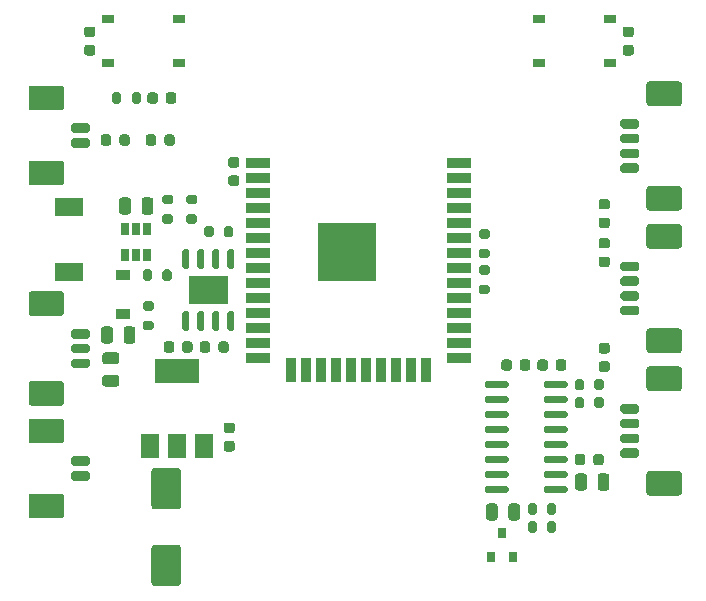
<source format=gbr>
%TF.GenerationSoftware,KiCad,Pcbnew,(5.1.12)-1*%
%TF.CreationDate,2022-08-08T01:18:10+09:00*%
%TF.ProjectId,STAC,53544143-2e6b-4696-9361-645f70636258,rev?*%
%TF.SameCoordinates,Original*%
%TF.FileFunction,Paste,Top*%
%TF.FilePolarity,Positive*%
%FSLAX46Y46*%
G04 Gerber Fmt 4.6, Leading zero omitted, Abs format (unit mm)*
G04 Created by KiCad (PCBNEW (5.1.12)-1) date 2022-08-08 01:18:10*
%MOMM*%
%LPD*%
G01*
G04 APERTURE LIST*
%ADD10C,0.100000*%
%ADD11R,1.200000X0.900000*%
%ADD12R,2.400000X1.500000*%
%ADD13R,1.000000X0.750000*%
%ADD14R,0.650000X1.060000*%
%ADD15R,3.800000X2.000000*%
%ADD16R,1.500000X2.000000*%
%ADD17R,5.000000X5.000000*%
%ADD18R,2.000000X0.900000*%
%ADD19R,0.900000X2.000000*%
%ADD20R,0.800000X0.900000*%
G04 APERTURE END LIST*
%TO.C,R11*%
G36*
G01*
X114660000Y-63291000D02*
X115210000Y-63291000D01*
G75*
G02*
X115410000Y-63491000I0J-200000D01*
G01*
X115410000Y-63891000D01*
G75*
G02*
X115210000Y-64091000I-200000J0D01*
G01*
X114660000Y-64091000D01*
G75*
G02*
X114460000Y-63891000I0J200000D01*
G01*
X114460000Y-63491000D01*
G75*
G02*
X114660000Y-63291000I200000J0D01*
G01*
G37*
G36*
G01*
X114660000Y-64941000D02*
X115210000Y-64941000D01*
G75*
G02*
X115410000Y-65141000I0J-200000D01*
G01*
X115410000Y-65541000D01*
G75*
G02*
X115210000Y-65741000I-200000J0D01*
G01*
X114660000Y-65741000D01*
G75*
G02*
X114460000Y-65541000I0J200000D01*
G01*
X114460000Y-65141000D01*
G75*
G02*
X114660000Y-64941000I200000J0D01*
G01*
G37*
%TD*%
%TO.C,R12*%
G36*
G01*
X114660000Y-67989000D02*
X115210000Y-67989000D01*
G75*
G02*
X115410000Y-68189000I0J-200000D01*
G01*
X115410000Y-68589000D01*
G75*
G02*
X115210000Y-68789000I-200000J0D01*
G01*
X114660000Y-68789000D01*
G75*
G02*
X114460000Y-68589000I0J200000D01*
G01*
X114460000Y-68189000D01*
G75*
G02*
X114660000Y-67989000I200000J0D01*
G01*
G37*
G36*
G01*
X114660000Y-66339000D02*
X115210000Y-66339000D01*
G75*
G02*
X115410000Y-66539000I0J-200000D01*
G01*
X115410000Y-66939000D01*
G75*
G02*
X115210000Y-67139000I-200000J0D01*
G01*
X114660000Y-67139000D01*
G75*
G02*
X114460000Y-66939000I0J200000D01*
G01*
X114460000Y-66539000D01*
G75*
G02*
X114660000Y-66339000I200000J0D01*
G01*
G37*
%TD*%
%TO.C,U5*%
G36*
G01*
X116991000Y-85194000D02*
X116991000Y-85494000D01*
G75*
G02*
X116841000Y-85644000I-150000J0D01*
G01*
X115141000Y-85644000D01*
G75*
G02*
X114991000Y-85494000I0J150000D01*
G01*
X114991000Y-85194000D01*
G75*
G02*
X115141000Y-85044000I150000J0D01*
G01*
X116841000Y-85044000D01*
G75*
G02*
X116991000Y-85194000I0J-150000D01*
G01*
G37*
G36*
G01*
X116991000Y-83924000D02*
X116991000Y-84224000D01*
G75*
G02*
X116841000Y-84374000I-150000J0D01*
G01*
X115141000Y-84374000D01*
G75*
G02*
X114991000Y-84224000I0J150000D01*
G01*
X114991000Y-83924000D01*
G75*
G02*
X115141000Y-83774000I150000J0D01*
G01*
X116841000Y-83774000D01*
G75*
G02*
X116991000Y-83924000I0J-150000D01*
G01*
G37*
G36*
G01*
X116991000Y-82654000D02*
X116991000Y-82954000D01*
G75*
G02*
X116841000Y-83104000I-150000J0D01*
G01*
X115141000Y-83104000D01*
G75*
G02*
X114991000Y-82954000I0J150000D01*
G01*
X114991000Y-82654000D01*
G75*
G02*
X115141000Y-82504000I150000J0D01*
G01*
X116841000Y-82504000D01*
G75*
G02*
X116991000Y-82654000I0J-150000D01*
G01*
G37*
G36*
G01*
X116991000Y-81384000D02*
X116991000Y-81684000D01*
G75*
G02*
X116841000Y-81834000I-150000J0D01*
G01*
X115141000Y-81834000D01*
G75*
G02*
X114991000Y-81684000I0J150000D01*
G01*
X114991000Y-81384000D01*
G75*
G02*
X115141000Y-81234000I150000J0D01*
G01*
X116841000Y-81234000D01*
G75*
G02*
X116991000Y-81384000I0J-150000D01*
G01*
G37*
G36*
G01*
X116991000Y-80114000D02*
X116991000Y-80414000D01*
G75*
G02*
X116841000Y-80564000I-150000J0D01*
G01*
X115141000Y-80564000D01*
G75*
G02*
X114991000Y-80414000I0J150000D01*
G01*
X114991000Y-80114000D01*
G75*
G02*
X115141000Y-79964000I150000J0D01*
G01*
X116841000Y-79964000D01*
G75*
G02*
X116991000Y-80114000I0J-150000D01*
G01*
G37*
G36*
G01*
X116991000Y-78844000D02*
X116991000Y-79144000D01*
G75*
G02*
X116841000Y-79294000I-150000J0D01*
G01*
X115141000Y-79294000D01*
G75*
G02*
X114991000Y-79144000I0J150000D01*
G01*
X114991000Y-78844000D01*
G75*
G02*
X115141000Y-78694000I150000J0D01*
G01*
X116841000Y-78694000D01*
G75*
G02*
X116991000Y-78844000I0J-150000D01*
G01*
G37*
G36*
G01*
X116991000Y-77574000D02*
X116991000Y-77874000D01*
G75*
G02*
X116841000Y-78024000I-150000J0D01*
G01*
X115141000Y-78024000D01*
G75*
G02*
X114991000Y-77874000I0J150000D01*
G01*
X114991000Y-77574000D01*
G75*
G02*
X115141000Y-77424000I150000J0D01*
G01*
X116841000Y-77424000D01*
G75*
G02*
X116991000Y-77574000I0J-150000D01*
G01*
G37*
G36*
G01*
X116991000Y-76304000D02*
X116991000Y-76604000D01*
G75*
G02*
X116841000Y-76754000I-150000J0D01*
G01*
X115141000Y-76754000D01*
G75*
G02*
X114991000Y-76604000I0J150000D01*
G01*
X114991000Y-76304000D01*
G75*
G02*
X115141000Y-76154000I150000J0D01*
G01*
X116841000Y-76154000D01*
G75*
G02*
X116991000Y-76304000I0J-150000D01*
G01*
G37*
G36*
G01*
X121991000Y-76304000D02*
X121991000Y-76604000D01*
G75*
G02*
X121841000Y-76754000I-150000J0D01*
G01*
X120141000Y-76754000D01*
G75*
G02*
X119991000Y-76604000I0J150000D01*
G01*
X119991000Y-76304000D01*
G75*
G02*
X120141000Y-76154000I150000J0D01*
G01*
X121841000Y-76154000D01*
G75*
G02*
X121991000Y-76304000I0J-150000D01*
G01*
G37*
G36*
G01*
X121991000Y-77574000D02*
X121991000Y-77874000D01*
G75*
G02*
X121841000Y-78024000I-150000J0D01*
G01*
X120141000Y-78024000D01*
G75*
G02*
X119991000Y-77874000I0J150000D01*
G01*
X119991000Y-77574000D01*
G75*
G02*
X120141000Y-77424000I150000J0D01*
G01*
X121841000Y-77424000D01*
G75*
G02*
X121991000Y-77574000I0J-150000D01*
G01*
G37*
G36*
G01*
X121991000Y-78844000D02*
X121991000Y-79144000D01*
G75*
G02*
X121841000Y-79294000I-150000J0D01*
G01*
X120141000Y-79294000D01*
G75*
G02*
X119991000Y-79144000I0J150000D01*
G01*
X119991000Y-78844000D01*
G75*
G02*
X120141000Y-78694000I150000J0D01*
G01*
X121841000Y-78694000D01*
G75*
G02*
X121991000Y-78844000I0J-150000D01*
G01*
G37*
G36*
G01*
X121991000Y-80114000D02*
X121991000Y-80414000D01*
G75*
G02*
X121841000Y-80564000I-150000J0D01*
G01*
X120141000Y-80564000D01*
G75*
G02*
X119991000Y-80414000I0J150000D01*
G01*
X119991000Y-80114000D01*
G75*
G02*
X120141000Y-79964000I150000J0D01*
G01*
X121841000Y-79964000D01*
G75*
G02*
X121991000Y-80114000I0J-150000D01*
G01*
G37*
G36*
G01*
X121991000Y-81384000D02*
X121991000Y-81684000D01*
G75*
G02*
X121841000Y-81834000I-150000J0D01*
G01*
X120141000Y-81834000D01*
G75*
G02*
X119991000Y-81684000I0J150000D01*
G01*
X119991000Y-81384000D01*
G75*
G02*
X120141000Y-81234000I150000J0D01*
G01*
X121841000Y-81234000D01*
G75*
G02*
X121991000Y-81384000I0J-150000D01*
G01*
G37*
G36*
G01*
X121991000Y-82654000D02*
X121991000Y-82954000D01*
G75*
G02*
X121841000Y-83104000I-150000J0D01*
G01*
X120141000Y-83104000D01*
G75*
G02*
X119991000Y-82954000I0J150000D01*
G01*
X119991000Y-82654000D01*
G75*
G02*
X120141000Y-82504000I150000J0D01*
G01*
X121841000Y-82504000D01*
G75*
G02*
X121991000Y-82654000I0J-150000D01*
G01*
G37*
G36*
G01*
X121991000Y-83924000D02*
X121991000Y-84224000D01*
G75*
G02*
X121841000Y-84374000I-150000J0D01*
G01*
X120141000Y-84374000D01*
G75*
G02*
X119991000Y-84224000I0J150000D01*
G01*
X119991000Y-83924000D01*
G75*
G02*
X120141000Y-83774000I150000J0D01*
G01*
X121841000Y-83774000D01*
G75*
G02*
X121991000Y-83924000I0J-150000D01*
G01*
G37*
G36*
G01*
X121991000Y-85194000D02*
X121991000Y-85494000D01*
G75*
G02*
X121841000Y-85644000I-150000J0D01*
G01*
X120141000Y-85644000D01*
G75*
G02*
X119991000Y-85494000I0J150000D01*
G01*
X119991000Y-85194000D01*
G75*
G02*
X120141000Y-85044000I150000J0D01*
G01*
X121841000Y-85044000D01*
G75*
G02*
X121991000Y-85194000I0J-150000D01*
G01*
G37*
%TD*%
%TO.C,U1*%
G36*
G01*
X93322000Y-70253000D02*
X93622000Y-70253000D01*
G75*
G02*
X93772000Y-70403000I0J-150000D01*
G01*
X93772000Y-71753000D01*
G75*
G02*
X93622000Y-71903000I-150000J0D01*
G01*
X93322000Y-71903000D01*
G75*
G02*
X93172000Y-71753000I0J150000D01*
G01*
X93172000Y-70403000D01*
G75*
G02*
X93322000Y-70253000I150000J0D01*
G01*
G37*
G36*
G01*
X92052000Y-70253000D02*
X92352000Y-70253000D01*
G75*
G02*
X92502000Y-70403000I0J-150000D01*
G01*
X92502000Y-71753000D01*
G75*
G02*
X92352000Y-71903000I-150000J0D01*
G01*
X92052000Y-71903000D01*
G75*
G02*
X91902000Y-71753000I0J150000D01*
G01*
X91902000Y-70403000D01*
G75*
G02*
X92052000Y-70253000I150000J0D01*
G01*
G37*
G36*
G01*
X90782000Y-70253000D02*
X91082000Y-70253000D01*
G75*
G02*
X91232000Y-70403000I0J-150000D01*
G01*
X91232000Y-71753000D01*
G75*
G02*
X91082000Y-71903000I-150000J0D01*
G01*
X90782000Y-71903000D01*
G75*
G02*
X90632000Y-71753000I0J150000D01*
G01*
X90632000Y-70403000D01*
G75*
G02*
X90782000Y-70253000I150000J0D01*
G01*
G37*
G36*
G01*
X89512000Y-70253000D02*
X89812000Y-70253000D01*
G75*
G02*
X89962000Y-70403000I0J-150000D01*
G01*
X89962000Y-71753000D01*
G75*
G02*
X89812000Y-71903000I-150000J0D01*
G01*
X89512000Y-71903000D01*
G75*
G02*
X89362000Y-71753000I0J150000D01*
G01*
X89362000Y-70403000D01*
G75*
G02*
X89512000Y-70253000I150000J0D01*
G01*
G37*
G36*
G01*
X89512000Y-65003000D02*
X89812000Y-65003000D01*
G75*
G02*
X89962000Y-65153000I0J-150000D01*
G01*
X89962000Y-66503000D01*
G75*
G02*
X89812000Y-66653000I-150000J0D01*
G01*
X89512000Y-66653000D01*
G75*
G02*
X89362000Y-66503000I0J150000D01*
G01*
X89362000Y-65153000D01*
G75*
G02*
X89512000Y-65003000I150000J0D01*
G01*
G37*
G36*
G01*
X90782000Y-65003000D02*
X91082000Y-65003000D01*
G75*
G02*
X91232000Y-65153000I0J-150000D01*
G01*
X91232000Y-66503000D01*
G75*
G02*
X91082000Y-66653000I-150000J0D01*
G01*
X90782000Y-66653000D01*
G75*
G02*
X90632000Y-66503000I0J150000D01*
G01*
X90632000Y-65153000D01*
G75*
G02*
X90782000Y-65003000I150000J0D01*
G01*
G37*
G36*
G01*
X92052000Y-65003000D02*
X92352000Y-65003000D01*
G75*
G02*
X92502000Y-65153000I0J-150000D01*
G01*
X92502000Y-66503000D01*
G75*
G02*
X92352000Y-66653000I-150000J0D01*
G01*
X92052000Y-66653000D01*
G75*
G02*
X91902000Y-66503000I0J150000D01*
G01*
X91902000Y-65153000D01*
G75*
G02*
X92052000Y-65003000I150000J0D01*
G01*
G37*
G36*
G01*
X93322000Y-65003000D02*
X93622000Y-65003000D01*
G75*
G02*
X93772000Y-65153000I0J-150000D01*
G01*
X93772000Y-66503000D01*
G75*
G02*
X93622000Y-66653000I-150000J0D01*
G01*
X93322000Y-66653000D01*
G75*
G02*
X93172000Y-66503000I0J150000D01*
G01*
X93172000Y-65153000D01*
G75*
G02*
X93322000Y-65003000I150000J0D01*
G01*
G37*
D10*
G36*
X89917000Y-67253000D02*
G01*
X93217000Y-67253000D01*
X93217000Y-69653000D01*
X89917000Y-69653000D01*
X89917000Y-67253000D01*
G37*
%TD*%
%TO.C,C1*%
G36*
G01*
X84021000Y-61816000D02*
X84021000Y-60866000D01*
G75*
G02*
X84271000Y-60616000I250000J0D01*
G01*
X84771000Y-60616000D01*
G75*
G02*
X85021000Y-60866000I0J-250000D01*
G01*
X85021000Y-61816000D01*
G75*
G02*
X84771000Y-62066000I-250000J0D01*
G01*
X84271000Y-62066000D01*
G75*
G02*
X84021000Y-61816000I0J250000D01*
G01*
G37*
G36*
G01*
X85921000Y-61816000D02*
X85921000Y-60866000D01*
G75*
G02*
X86171000Y-60616000I250000J0D01*
G01*
X86671000Y-60616000D01*
G75*
G02*
X86921000Y-60866000I0J-250000D01*
G01*
X86921000Y-61816000D01*
G75*
G02*
X86671000Y-62066000I-250000J0D01*
G01*
X86171000Y-62066000D01*
G75*
G02*
X85921000Y-61816000I0J250000D01*
G01*
G37*
%TD*%
%TO.C,C2*%
G36*
G01*
X87011000Y-83519000D02*
X89011000Y-83519000D01*
G75*
G02*
X89261000Y-83769000I0J-250000D01*
G01*
X89261000Y-86769000D01*
G75*
G02*
X89011000Y-87019000I-250000J0D01*
G01*
X87011000Y-87019000D01*
G75*
G02*
X86761000Y-86769000I0J250000D01*
G01*
X86761000Y-83769000D01*
G75*
G02*
X87011000Y-83519000I250000J0D01*
G01*
G37*
G36*
G01*
X87011000Y-90019000D02*
X89011000Y-90019000D01*
G75*
G02*
X89261000Y-90269000I0J-250000D01*
G01*
X89261000Y-93269000D01*
G75*
G02*
X89011000Y-93519000I-250000J0D01*
G01*
X87011000Y-93519000D01*
G75*
G02*
X86761000Y-93269000I0J250000D01*
G01*
X86761000Y-90269000D01*
G75*
G02*
X87011000Y-90019000I250000J0D01*
G01*
G37*
%TD*%
%TO.C,C3*%
G36*
G01*
X83497000Y-71788000D02*
X83497000Y-72738000D01*
G75*
G02*
X83247000Y-72988000I-250000J0D01*
G01*
X82747000Y-72988000D01*
G75*
G02*
X82497000Y-72738000I0J250000D01*
G01*
X82497000Y-71788000D01*
G75*
G02*
X82747000Y-71538000I250000J0D01*
G01*
X83247000Y-71538000D01*
G75*
G02*
X83497000Y-71788000I0J-250000D01*
G01*
G37*
G36*
G01*
X85397000Y-71788000D02*
X85397000Y-72738000D01*
G75*
G02*
X85147000Y-72988000I-250000J0D01*
G01*
X84647000Y-72988000D01*
G75*
G02*
X84397000Y-72738000I0J250000D01*
G01*
X84397000Y-71788000D01*
G75*
G02*
X84647000Y-71538000I250000J0D01*
G01*
X85147000Y-71538000D01*
G75*
G02*
X85397000Y-71788000I0J-250000D01*
G01*
G37*
%TD*%
%TO.C,C4*%
G36*
G01*
X125345000Y-75380000D02*
X124845000Y-75380000D01*
G75*
G02*
X124620000Y-75155000I0J225000D01*
G01*
X124620000Y-74705000D01*
G75*
G02*
X124845000Y-74480000I225000J0D01*
G01*
X125345000Y-74480000D01*
G75*
G02*
X125570000Y-74705000I0J-225000D01*
G01*
X125570000Y-75155000D01*
G75*
G02*
X125345000Y-75380000I-225000J0D01*
G01*
G37*
G36*
G01*
X125345000Y-73830000D02*
X124845000Y-73830000D01*
G75*
G02*
X124620000Y-73605000I0J225000D01*
G01*
X124620000Y-73155000D01*
G75*
G02*
X124845000Y-72930000I225000J0D01*
G01*
X125345000Y-72930000D01*
G75*
G02*
X125570000Y-73155000I0J-225000D01*
G01*
X125570000Y-73605000D01*
G75*
G02*
X125345000Y-73830000I-225000J0D01*
G01*
G37*
%TD*%
%TO.C,C5*%
G36*
G01*
X93595000Y-82124000D02*
X93095000Y-82124000D01*
G75*
G02*
X92870000Y-81899000I0J225000D01*
G01*
X92870000Y-81449000D01*
G75*
G02*
X93095000Y-81224000I225000J0D01*
G01*
X93595000Y-81224000D01*
G75*
G02*
X93820000Y-81449000I0J-225000D01*
G01*
X93820000Y-81899000D01*
G75*
G02*
X93595000Y-82124000I-225000J0D01*
G01*
G37*
G36*
G01*
X93595000Y-80574000D02*
X93095000Y-80574000D01*
G75*
G02*
X92870000Y-80349000I0J225000D01*
G01*
X92870000Y-79899000D01*
G75*
G02*
X93095000Y-79674000I225000J0D01*
G01*
X93595000Y-79674000D01*
G75*
G02*
X93820000Y-79899000I0J-225000D01*
G01*
X93820000Y-80349000D01*
G75*
G02*
X93595000Y-80574000I-225000J0D01*
G01*
G37*
%TD*%
%TO.C,C6*%
G36*
G01*
X123629000Y-84234000D02*
X123629000Y-85184000D01*
G75*
G02*
X123379000Y-85434000I-250000J0D01*
G01*
X122879000Y-85434000D01*
G75*
G02*
X122629000Y-85184000I0J250000D01*
G01*
X122629000Y-84234000D01*
G75*
G02*
X122879000Y-83984000I250000J0D01*
G01*
X123379000Y-83984000D01*
G75*
G02*
X123629000Y-84234000I0J-250000D01*
G01*
G37*
G36*
G01*
X125529000Y-84234000D02*
X125529000Y-85184000D01*
G75*
G02*
X125279000Y-85434000I-250000J0D01*
G01*
X124779000Y-85434000D01*
G75*
G02*
X124529000Y-85184000I0J250000D01*
G01*
X124529000Y-84234000D01*
G75*
G02*
X124779000Y-83984000I250000J0D01*
G01*
X125279000Y-83984000D01*
G75*
G02*
X125529000Y-84234000I0J-250000D01*
G01*
G37*
%TD*%
%TO.C,C7*%
G36*
G01*
X86405000Y-52447000D02*
X86405000Y-51947000D01*
G75*
G02*
X86630000Y-51722000I225000J0D01*
G01*
X87080000Y-51722000D01*
G75*
G02*
X87305000Y-51947000I0J-225000D01*
G01*
X87305000Y-52447000D01*
G75*
G02*
X87080000Y-52672000I-225000J0D01*
G01*
X86630000Y-52672000D01*
G75*
G02*
X86405000Y-52447000I0J225000D01*
G01*
G37*
G36*
G01*
X87955000Y-52447000D02*
X87955000Y-51947000D01*
G75*
G02*
X88180000Y-51722000I225000J0D01*
G01*
X88630000Y-51722000D01*
G75*
G02*
X88855000Y-51947000I0J-225000D01*
G01*
X88855000Y-52447000D01*
G75*
G02*
X88630000Y-52672000I-225000J0D01*
G01*
X88180000Y-52672000D01*
G75*
G02*
X87955000Y-52447000I0J225000D01*
G01*
G37*
%TD*%
%TO.C,C8*%
G36*
G01*
X88689000Y-73029000D02*
X88689000Y-73529000D01*
G75*
G02*
X88464000Y-73754000I-225000J0D01*
G01*
X88014000Y-73754000D01*
G75*
G02*
X87789000Y-73529000I0J225000D01*
G01*
X87789000Y-73029000D01*
G75*
G02*
X88014000Y-72804000I225000J0D01*
G01*
X88464000Y-72804000D01*
G75*
G02*
X88689000Y-73029000I0J-225000D01*
G01*
G37*
G36*
G01*
X90239000Y-73029000D02*
X90239000Y-73529000D01*
G75*
G02*
X90014000Y-73754000I-225000J0D01*
G01*
X89564000Y-73754000D01*
G75*
G02*
X89339000Y-73529000I0J225000D01*
G01*
X89339000Y-73029000D01*
G75*
G02*
X89564000Y-72804000I225000J0D01*
G01*
X90014000Y-72804000D01*
G75*
G02*
X90239000Y-73029000I0J-225000D01*
G01*
G37*
%TD*%
%TO.C,C9*%
G36*
G01*
X116377000Y-75053000D02*
X116377000Y-74553000D01*
G75*
G02*
X116602000Y-74328000I225000J0D01*
G01*
X117052000Y-74328000D01*
G75*
G02*
X117277000Y-74553000I0J-225000D01*
G01*
X117277000Y-75053000D01*
G75*
G02*
X117052000Y-75278000I-225000J0D01*
G01*
X116602000Y-75278000D01*
G75*
G02*
X116377000Y-75053000I0J225000D01*
G01*
G37*
G36*
G01*
X117927000Y-75053000D02*
X117927000Y-74553000D01*
G75*
G02*
X118152000Y-74328000I225000J0D01*
G01*
X118602000Y-74328000D01*
G75*
G02*
X118827000Y-74553000I0J-225000D01*
G01*
X118827000Y-75053000D01*
G75*
G02*
X118602000Y-75278000I-225000J0D01*
G01*
X118152000Y-75278000D01*
G75*
G02*
X117927000Y-75053000I0J225000D01*
G01*
G37*
%TD*%
%TO.C,C10*%
G36*
G01*
X120975000Y-75053000D02*
X120975000Y-74553000D01*
G75*
G02*
X121200000Y-74328000I225000J0D01*
G01*
X121650000Y-74328000D01*
G75*
G02*
X121875000Y-74553000I0J-225000D01*
G01*
X121875000Y-75053000D01*
G75*
G02*
X121650000Y-75278000I-225000J0D01*
G01*
X121200000Y-75278000D01*
G75*
G02*
X120975000Y-75053000I0J225000D01*
G01*
G37*
G36*
G01*
X119425000Y-75053000D02*
X119425000Y-74553000D01*
G75*
G02*
X119650000Y-74328000I225000J0D01*
G01*
X120100000Y-74328000D01*
G75*
G02*
X120325000Y-74553000I0J-225000D01*
G01*
X120325000Y-75053000D01*
G75*
G02*
X120100000Y-75278000I-225000J0D01*
G01*
X119650000Y-75278000D01*
G75*
G02*
X119425000Y-75053000I0J225000D01*
G01*
G37*
%TD*%
%TO.C,C11*%
G36*
G01*
X93476000Y-58745000D02*
X93976000Y-58745000D01*
G75*
G02*
X94201000Y-58970000I0J-225000D01*
G01*
X94201000Y-59420000D01*
G75*
G02*
X93976000Y-59645000I-225000J0D01*
G01*
X93476000Y-59645000D01*
G75*
G02*
X93251000Y-59420000I0J225000D01*
G01*
X93251000Y-58970000D01*
G75*
G02*
X93476000Y-58745000I225000J0D01*
G01*
G37*
G36*
G01*
X93476000Y-57195000D02*
X93976000Y-57195000D01*
G75*
G02*
X94201000Y-57420000I0J-225000D01*
G01*
X94201000Y-57870000D01*
G75*
G02*
X93976000Y-58095000I-225000J0D01*
G01*
X93476000Y-58095000D01*
G75*
G02*
X93251000Y-57870000I0J225000D01*
G01*
X93251000Y-57420000D01*
G75*
G02*
X93476000Y-57195000I225000J0D01*
G01*
G37*
%TD*%
%TO.C,C12*%
G36*
G01*
X115070000Y-87724000D02*
X115070000Y-86774000D01*
G75*
G02*
X115320000Y-86524000I250000J0D01*
G01*
X115820000Y-86524000D01*
G75*
G02*
X116070000Y-86774000I0J-250000D01*
G01*
X116070000Y-87724000D01*
G75*
G02*
X115820000Y-87974000I-250000J0D01*
G01*
X115320000Y-87974000D01*
G75*
G02*
X115070000Y-87724000I0J250000D01*
G01*
G37*
G36*
G01*
X116970000Y-87724000D02*
X116970000Y-86774000D01*
G75*
G02*
X117220000Y-86524000I250000J0D01*
G01*
X117720000Y-86524000D01*
G75*
G02*
X117970000Y-86774000I0J-250000D01*
G01*
X117970000Y-87724000D01*
G75*
G02*
X117720000Y-87974000I-250000J0D01*
G01*
X117220000Y-87974000D01*
G75*
G02*
X116970000Y-87724000I0J250000D01*
G01*
G37*
%TD*%
D11*
%TO.C,D1*%
X84328000Y-70484000D03*
X84328000Y-67184000D03*
%TD*%
%TO.C,D2*%
G36*
G01*
X87153000Y-55496750D02*
X87153000Y-56009250D01*
G75*
G02*
X86934250Y-56228000I-218750J0D01*
G01*
X86496750Y-56228000D01*
G75*
G02*
X86278000Y-56009250I0J218750D01*
G01*
X86278000Y-55496750D01*
G75*
G02*
X86496750Y-55278000I218750J0D01*
G01*
X86934250Y-55278000D01*
G75*
G02*
X87153000Y-55496750I0J-218750D01*
G01*
G37*
G36*
G01*
X88728000Y-55496750D02*
X88728000Y-56009250D01*
G75*
G02*
X88509250Y-56228000I-218750J0D01*
G01*
X88071750Y-56228000D01*
G75*
G02*
X87853000Y-56009250I0J218750D01*
G01*
X87853000Y-55496750D01*
G75*
G02*
X88071750Y-55278000I218750J0D01*
G01*
X88509250Y-55278000D01*
G75*
G02*
X88728000Y-55496750I0J-218750D01*
G01*
G37*
%TD*%
%TO.C,D3*%
G36*
G01*
X83343000Y-55496750D02*
X83343000Y-56009250D01*
G75*
G02*
X83124250Y-56228000I-218750J0D01*
G01*
X82686750Y-56228000D01*
G75*
G02*
X82468000Y-56009250I0J218750D01*
G01*
X82468000Y-55496750D01*
G75*
G02*
X82686750Y-55278000I218750J0D01*
G01*
X83124250Y-55278000D01*
G75*
G02*
X83343000Y-55496750I0J-218750D01*
G01*
G37*
G36*
G01*
X84918000Y-55496750D02*
X84918000Y-56009250D01*
G75*
G02*
X84699250Y-56228000I-218750J0D01*
G01*
X84261750Y-56228000D01*
G75*
G02*
X84043000Y-56009250I0J218750D01*
G01*
X84043000Y-55496750D01*
G75*
G02*
X84261750Y-55278000I218750J0D01*
G01*
X84699250Y-55278000D01*
G75*
G02*
X84918000Y-55496750I0J-218750D01*
G01*
G37*
%TD*%
%TO.C,D4*%
G36*
G01*
X93300000Y-73022750D02*
X93300000Y-73535250D01*
G75*
G02*
X93081250Y-73754000I-218750J0D01*
G01*
X92643750Y-73754000D01*
G75*
G02*
X92425000Y-73535250I0J218750D01*
G01*
X92425000Y-73022750D01*
G75*
G02*
X92643750Y-72804000I218750J0D01*
G01*
X93081250Y-72804000D01*
G75*
G02*
X93300000Y-73022750I0J-218750D01*
G01*
G37*
G36*
G01*
X91725000Y-73022750D02*
X91725000Y-73535250D01*
G75*
G02*
X91506250Y-73754000I-218750J0D01*
G01*
X91068750Y-73754000D01*
G75*
G02*
X90850000Y-73535250I0J218750D01*
G01*
X90850000Y-73022750D01*
G75*
G02*
X91068750Y-72804000I218750J0D01*
G01*
X91506250Y-72804000D01*
G75*
G02*
X91725000Y-73022750I0J-218750D01*
G01*
G37*
%TD*%
%TO.C,J1*%
G36*
G01*
X76608999Y-57497000D02*
X79109001Y-57497000D01*
G75*
G02*
X79359000Y-57746999I0J-249999D01*
G01*
X79359000Y-59347001D01*
G75*
G02*
X79109001Y-59597000I-249999J0D01*
G01*
X76608999Y-59597000D01*
G75*
G02*
X76359000Y-59347001I0J249999D01*
G01*
X76359000Y-57746999D01*
G75*
G02*
X76608999Y-57497000I249999J0D01*
G01*
G37*
G36*
G01*
X76608999Y-51147000D02*
X79109001Y-51147000D01*
G75*
G02*
X79359000Y-51396999I0J-249999D01*
G01*
X79359000Y-52997001D01*
G75*
G02*
X79109001Y-53247000I-249999J0D01*
G01*
X76608999Y-53247000D01*
G75*
G02*
X76359000Y-52997001I0J249999D01*
G01*
X76359000Y-51396999D01*
G75*
G02*
X76608999Y-51147000I249999J0D01*
G01*
G37*
G36*
G01*
X80159000Y-55597000D02*
X81359000Y-55597000D01*
G75*
G02*
X81559000Y-55797000I0J-200000D01*
G01*
X81559000Y-56197000D01*
G75*
G02*
X81359000Y-56397000I-200000J0D01*
G01*
X80159000Y-56397000D01*
G75*
G02*
X79959000Y-56197000I0J200000D01*
G01*
X79959000Y-55797000D01*
G75*
G02*
X80159000Y-55597000I200000J0D01*
G01*
G37*
G36*
G01*
X80159000Y-54347000D02*
X81359000Y-54347000D01*
G75*
G02*
X81559000Y-54547000I0J-200000D01*
G01*
X81559000Y-54947000D01*
G75*
G02*
X81359000Y-55147000I-200000J0D01*
G01*
X80159000Y-55147000D01*
G75*
G02*
X79959000Y-54947000I0J200000D01*
G01*
X79959000Y-54547000D01*
G75*
G02*
X80159000Y-54347000I200000J0D01*
G01*
G37*
%TD*%
%TO.C,J2*%
G36*
G01*
X80159000Y-82541000D02*
X81359000Y-82541000D01*
G75*
G02*
X81559000Y-82741000I0J-200000D01*
G01*
X81559000Y-83141000D01*
G75*
G02*
X81359000Y-83341000I-200000J0D01*
G01*
X80159000Y-83341000D01*
G75*
G02*
X79959000Y-83141000I0J200000D01*
G01*
X79959000Y-82741000D01*
G75*
G02*
X80159000Y-82541000I200000J0D01*
G01*
G37*
G36*
G01*
X80159000Y-83791000D02*
X81359000Y-83791000D01*
G75*
G02*
X81559000Y-83991000I0J-200000D01*
G01*
X81559000Y-84391000D01*
G75*
G02*
X81359000Y-84591000I-200000J0D01*
G01*
X80159000Y-84591000D01*
G75*
G02*
X79959000Y-84391000I0J200000D01*
G01*
X79959000Y-83991000D01*
G75*
G02*
X80159000Y-83791000I200000J0D01*
G01*
G37*
G36*
G01*
X76608999Y-79341000D02*
X79109001Y-79341000D01*
G75*
G02*
X79359000Y-79590999I0J-249999D01*
G01*
X79359000Y-81191001D01*
G75*
G02*
X79109001Y-81441000I-249999J0D01*
G01*
X76608999Y-81441000D01*
G75*
G02*
X76359000Y-81191001I0J249999D01*
G01*
X76359000Y-79590999D01*
G75*
G02*
X76608999Y-79341000I249999J0D01*
G01*
G37*
G36*
G01*
X76608999Y-85691000D02*
X79109001Y-85691000D01*
G75*
G02*
X79359000Y-85940999I0J-249999D01*
G01*
X79359000Y-87541001D01*
G75*
G02*
X79109001Y-87791000I-249999J0D01*
G01*
X76608999Y-87791000D01*
G75*
G02*
X76359000Y-87541001I0J249999D01*
G01*
X76359000Y-85940999D01*
G75*
G02*
X76608999Y-85691000I249999J0D01*
G01*
G37*
%TD*%
%TO.C,J3*%
G36*
G01*
X131417001Y-77016000D02*
X128916999Y-77016000D01*
G75*
G02*
X128667000Y-76766001I0J249999D01*
G01*
X128667000Y-75165999D01*
G75*
G02*
X128916999Y-74916000I249999J0D01*
G01*
X131417001Y-74916000D01*
G75*
G02*
X131667000Y-75165999I0J-249999D01*
G01*
X131667000Y-76766001D01*
G75*
G02*
X131417001Y-77016000I-249999J0D01*
G01*
G37*
G36*
G01*
X131417001Y-85866000D02*
X128916999Y-85866000D01*
G75*
G02*
X128667000Y-85616001I0J249999D01*
G01*
X128667000Y-84015999D01*
G75*
G02*
X128916999Y-83766000I249999J0D01*
G01*
X131417001Y-83766000D01*
G75*
G02*
X131667000Y-84015999I0J-249999D01*
G01*
X131667000Y-85616001D01*
G75*
G02*
X131417001Y-85866000I-249999J0D01*
G01*
G37*
G36*
G01*
X127867000Y-78916000D02*
X126667000Y-78916000D01*
G75*
G02*
X126467000Y-78716000I0J200000D01*
G01*
X126467000Y-78316000D01*
G75*
G02*
X126667000Y-78116000I200000J0D01*
G01*
X127867000Y-78116000D01*
G75*
G02*
X128067000Y-78316000I0J-200000D01*
G01*
X128067000Y-78716000D01*
G75*
G02*
X127867000Y-78916000I-200000J0D01*
G01*
G37*
G36*
G01*
X127867000Y-80166000D02*
X126667000Y-80166000D01*
G75*
G02*
X126467000Y-79966000I0J200000D01*
G01*
X126467000Y-79566000D01*
G75*
G02*
X126667000Y-79366000I200000J0D01*
G01*
X127867000Y-79366000D01*
G75*
G02*
X128067000Y-79566000I0J-200000D01*
G01*
X128067000Y-79966000D01*
G75*
G02*
X127867000Y-80166000I-200000J0D01*
G01*
G37*
G36*
G01*
X127867000Y-81416000D02*
X126667000Y-81416000D01*
G75*
G02*
X126467000Y-81216000I0J200000D01*
G01*
X126467000Y-80816000D01*
G75*
G02*
X126667000Y-80616000I200000J0D01*
G01*
X127867000Y-80616000D01*
G75*
G02*
X128067000Y-80816000I0J-200000D01*
G01*
X128067000Y-81216000D01*
G75*
G02*
X127867000Y-81416000I-200000J0D01*
G01*
G37*
G36*
G01*
X127867000Y-82666000D02*
X126667000Y-82666000D01*
G75*
G02*
X126467000Y-82466000I0J200000D01*
G01*
X126467000Y-82066000D01*
G75*
G02*
X126667000Y-81866000I200000J0D01*
G01*
X127867000Y-81866000D01*
G75*
G02*
X128067000Y-82066000I0J-200000D01*
G01*
X128067000Y-82466000D01*
G75*
G02*
X127867000Y-82666000I-200000J0D01*
G01*
G37*
%TD*%
%TO.C,J4*%
G36*
G01*
X127867000Y-58536000D02*
X126667000Y-58536000D01*
G75*
G02*
X126467000Y-58336000I0J200000D01*
G01*
X126467000Y-57936000D01*
G75*
G02*
X126667000Y-57736000I200000J0D01*
G01*
X127867000Y-57736000D01*
G75*
G02*
X128067000Y-57936000I0J-200000D01*
G01*
X128067000Y-58336000D01*
G75*
G02*
X127867000Y-58536000I-200000J0D01*
G01*
G37*
G36*
G01*
X127867000Y-57286000D02*
X126667000Y-57286000D01*
G75*
G02*
X126467000Y-57086000I0J200000D01*
G01*
X126467000Y-56686000D01*
G75*
G02*
X126667000Y-56486000I200000J0D01*
G01*
X127867000Y-56486000D01*
G75*
G02*
X128067000Y-56686000I0J-200000D01*
G01*
X128067000Y-57086000D01*
G75*
G02*
X127867000Y-57286000I-200000J0D01*
G01*
G37*
G36*
G01*
X127867000Y-56036000D02*
X126667000Y-56036000D01*
G75*
G02*
X126467000Y-55836000I0J200000D01*
G01*
X126467000Y-55436000D01*
G75*
G02*
X126667000Y-55236000I200000J0D01*
G01*
X127867000Y-55236000D01*
G75*
G02*
X128067000Y-55436000I0J-200000D01*
G01*
X128067000Y-55836000D01*
G75*
G02*
X127867000Y-56036000I-200000J0D01*
G01*
G37*
G36*
G01*
X127867000Y-54786000D02*
X126667000Y-54786000D01*
G75*
G02*
X126467000Y-54586000I0J200000D01*
G01*
X126467000Y-54186000D01*
G75*
G02*
X126667000Y-53986000I200000J0D01*
G01*
X127867000Y-53986000D01*
G75*
G02*
X128067000Y-54186000I0J-200000D01*
G01*
X128067000Y-54586000D01*
G75*
G02*
X127867000Y-54786000I-200000J0D01*
G01*
G37*
G36*
G01*
X131417001Y-61736000D02*
X128916999Y-61736000D01*
G75*
G02*
X128667000Y-61486001I0J249999D01*
G01*
X128667000Y-59885999D01*
G75*
G02*
X128916999Y-59636000I249999J0D01*
G01*
X131417001Y-59636000D01*
G75*
G02*
X131667000Y-59885999I0J-249999D01*
G01*
X131667000Y-61486001D01*
G75*
G02*
X131417001Y-61736000I-249999J0D01*
G01*
G37*
G36*
G01*
X131417001Y-52886000D02*
X128916999Y-52886000D01*
G75*
G02*
X128667000Y-52636001I0J249999D01*
G01*
X128667000Y-51035999D01*
G75*
G02*
X128916999Y-50786000I249999J0D01*
G01*
X131417001Y-50786000D01*
G75*
G02*
X131667000Y-51035999I0J-249999D01*
G01*
X131667000Y-52636001D01*
G75*
G02*
X131417001Y-52886000I-249999J0D01*
G01*
G37*
%TD*%
%TO.C,J5*%
G36*
G01*
X127867000Y-70601000D02*
X126667000Y-70601000D01*
G75*
G02*
X126467000Y-70401000I0J200000D01*
G01*
X126467000Y-70001000D01*
G75*
G02*
X126667000Y-69801000I200000J0D01*
G01*
X127867000Y-69801000D01*
G75*
G02*
X128067000Y-70001000I0J-200000D01*
G01*
X128067000Y-70401000D01*
G75*
G02*
X127867000Y-70601000I-200000J0D01*
G01*
G37*
G36*
G01*
X127867000Y-69351000D02*
X126667000Y-69351000D01*
G75*
G02*
X126467000Y-69151000I0J200000D01*
G01*
X126467000Y-68751000D01*
G75*
G02*
X126667000Y-68551000I200000J0D01*
G01*
X127867000Y-68551000D01*
G75*
G02*
X128067000Y-68751000I0J-200000D01*
G01*
X128067000Y-69151000D01*
G75*
G02*
X127867000Y-69351000I-200000J0D01*
G01*
G37*
G36*
G01*
X127867000Y-68101000D02*
X126667000Y-68101000D01*
G75*
G02*
X126467000Y-67901000I0J200000D01*
G01*
X126467000Y-67501000D01*
G75*
G02*
X126667000Y-67301000I200000J0D01*
G01*
X127867000Y-67301000D01*
G75*
G02*
X128067000Y-67501000I0J-200000D01*
G01*
X128067000Y-67901000D01*
G75*
G02*
X127867000Y-68101000I-200000J0D01*
G01*
G37*
G36*
G01*
X127867000Y-66851000D02*
X126667000Y-66851000D01*
G75*
G02*
X126467000Y-66651000I0J200000D01*
G01*
X126467000Y-66251000D01*
G75*
G02*
X126667000Y-66051000I200000J0D01*
G01*
X127867000Y-66051000D01*
G75*
G02*
X128067000Y-66251000I0J-200000D01*
G01*
X128067000Y-66651000D01*
G75*
G02*
X127867000Y-66851000I-200000J0D01*
G01*
G37*
G36*
G01*
X131417001Y-73801000D02*
X128916999Y-73801000D01*
G75*
G02*
X128667000Y-73551001I0J249999D01*
G01*
X128667000Y-71950999D01*
G75*
G02*
X128916999Y-71701000I249999J0D01*
G01*
X131417001Y-71701000D01*
G75*
G02*
X131667000Y-71950999I0J-249999D01*
G01*
X131667000Y-73551001D01*
G75*
G02*
X131417001Y-73801000I-249999J0D01*
G01*
G37*
G36*
G01*
X131417001Y-64951000D02*
X128916999Y-64951000D01*
G75*
G02*
X128667000Y-64701001I0J249999D01*
G01*
X128667000Y-63100999D01*
G75*
G02*
X128916999Y-62851000I249999J0D01*
G01*
X131417001Y-62851000D01*
G75*
G02*
X131667000Y-63100999I0J-249999D01*
G01*
X131667000Y-64701001D01*
G75*
G02*
X131417001Y-64951000I-249999J0D01*
G01*
G37*
%TD*%
D12*
%TO.C,L1*%
X79756000Y-61429000D03*
X79756000Y-66929000D03*
%TD*%
%TO.C,L2*%
G36*
G01*
X125050000Y-82547750D02*
X125050000Y-83060250D01*
G75*
G02*
X124831250Y-83279000I-218750J0D01*
G01*
X124393750Y-83279000D01*
G75*
G02*
X124175000Y-83060250I0J218750D01*
G01*
X124175000Y-82547750D01*
G75*
G02*
X124393750Y-82329000I218750J0D01*
G01*
X124831250Y-82329000D01*
G75*
G02*
X125050000Y-82547750I0J-218750D01*
G01*
G37*
G36*
G01*
X123475000Y-82547750D02*
X123475000Y-83060250D01*
G75*
G02*
X123256250Y-83279000I-218750J0D01*
G01*
X122818750Y-83279000D01*
G75*
G02*
X122600000Y-83060250I0J218750D01*
G01*
X122600000Y-82547750D01*
G75*
G02*
X122818750Y-82329000I218750J0D01*
G01*
X123256250Y-82329000D01*
G75*
G02*
X123475000Y-82547750I0J-218750D01*
G01*
G37*
%TD*%
%TO.C,R1*%
G36*
G01*
X92881000Y-63775000D02*
X92881000Y-63225000D01*
G75*
G02*
X93081000Y-63025000I200000J0D01*
G01*
X93481000Y-63025000D01*
G75*
G02*
X93681000Y-63225000I0J-200000D01*
G01*
X93681000Y-63775000D01*
G75*
G02*
X93481000Y-63975000I-200000J0D01*
G01*
X93081000Y-63975000D01*
G75*
G02*
X92881000Y-63775000I0J200000D01*
G01*
G37*
G36*
G01*
X91231000Y-63775000D02*
X91231000Y-63225000D01*
G75*
G02*
X91431000Y-63025000I200000J0D01*
G01*
X91831000Y-63025000D01*
G75*
G02*
X92031000Y-63225000I0J-200000D01*
G01*
X92031000Y-63775000D01*
G75*
G02*
X91831000Y-63975000I-200000J0D01*
G01*
X91431000Y-63975000D01*
G75*
G02*
X91231000Y-63775000I0J200000D01*
G01*
G37*
%TD*%
%TO.C,R2*%
G36*
G01*
X86762000Y-71837000D02*
X86212000Y-71837000D01*
G75*
G02*
X86012000Y-71637000I0J200000D01*
G01*
X86012000Y-71237000D01*
G75*
G02*
X86212000Y-71037000I200000J0D01*
G01*
X86762000Y-71037000D01*
G75*
G02*
X86962000Y-71237000I0J-200000D01*
G01*
X86962000Y-71637000D01*
G75*
G02*
X86762000Y-71837000I-200000J0D01*
G01*
G37*
G36*
G01*
X86762000Y-70187000D02*
X86212000Y-70187000D01*
G75*
G02*
X86012000Y-69987000I0J200000D01*
G01*
X86012000Y-69587000D01*
G75*
G02*
X86212000Y-69387000I200000J0D01*
G01*
X86762000Y-69387000D01*
G75*
G02*
X86962000Y-69587000I0J-200000D01*
G01*
X86962000Y-69987000D01*
G75*
G02*
X86762000Y-70187000I-200000J0D01*
G01*
G37*
%TD*%
%TO.C,R3*%
G36*
G01*
X86024000Y-67458000D02*
X86024000Y-66908000D01*
G75*
G02*
X86224000Y-66708000I200000J0D01*
G01*
X86624000Y-66708000D01*
G75*
G02*
X86824000Y-66908000I0J-200000D01*
G01*
X86824000Y-67458000D01*
G75*
G02*
X86624000Y-67658000I-200000J0D01*
G01*
X86224000Y-67658000D01*
G75*
G02*
X86024000Y-67458000I0J200000D01*
G01*
G37*
G36*
G01*
X87674000Y-67458000D02*
X87674000Y-66908000D01*
G75*
G02*
X87874000Y-66708000I200000J0D01*
G01*
X88274000Y-66708000D01*
G75*
G02*
X88474000Y-66908000I0J-200000D01*
G01*
X88474000Y-67458000D01*
G75*
G02*
X88274000Y-67658000I-200000J0D01*
G01*
X87874000Y-67658000D01*
G75*
G02*
X87674000Y-67458000I0J200000D01*
G01*
G37*
%TD*%
%TO.C,R4*%
G36*
G01*
X89895000Y-60370000D02*
X90445000Y-60370000D01*
G75*
G02*
X90645000Y-60570000I0J-200000D01*
G01*
X90645000Y-60970000D01*
G75*
G02*
X90445000Y-61170000I-200000J0D01*
G01*
X89895000Y-61170000D01*
G75*
G02*
X89695000Y-60970000I0J200000D01*
G01*
X89695000Y-60570000D01*
G75*
G02*
X89895000Y-60370000I200000J0D01*
G01*
G37*
G36*
G01*
X89895000Y-62020000D02*
X90445000Y-62020000D01*
G75*
G02*
X90645000Y-62220000I0J-200000D01*
G01*
X90645000Y-62620000D01*
G75*
G02*
X90445000Y-62820000I-200000J0D01*
G01*
X89895000Y-62820000D01*
G75*
G02*
X89695000Y-62620000I0J200000D01*
G01*
X89695000Y-62220000D01*
G75*
G02*
X89895000Y-62020000I200000J0D01*
G01*
G37*
%TD*%
%TO.C,R5*%
G36*
G01*
X87863000Y-62020000D02*
X88413000Y-62020000D01*
G75*
G02*
X88613000Y-62220000I0J-200000D01*
G01*
X88613000Y-62620000D01*
G75*
G02*
X88413000Y-62820000I-200000J0D01*
G01*
X87863000Y-62820000D01*
G75*
G02*
X87663000Y-62620000I0J200000D01*
G01*
X87663000Y-62220000D01*
G75*
G02*
X87863000Y-62020000I200000J0D01*
G01*
G37*
G36*
G01*
X87863000Y-60370000D02*
X88413000Y-60370000D01*
G75*
G02*
X88613000Y-60570000I0J-200000D01*
G01*
X88613000Y-60970000D01*
G75*
G02*
X88413000Y-61170000I-200000J0D01*
G01*
X87863000Y-61170000D01*
G75*
G02*
X87663000Y-60970000I0J200000D01*
G01*
X87663000Y-60570000D01*
G75*
G02*
X87863000Y-60370000I200000J0D01*
G01*
G37*
%TD*%
%TO.C,R6*%
G36*
G01*
X122600000Y-78253000D02*
X122600000Y-77703000D01*
G75*
G02*
X122800000Y-77503000I200000J0D01*
G01*
X123200000Y-77503000D01*
G75*
G02*
X123400000Y-77703000I0J-200000D01*
G01*
X123400000Y-78253000D01*
G75*
G02*
X123200000Y-78453000I-200000J0D01*
G01*
X122800000Y-78453000D01*
G75*
G02*
X122600000Y-78253000I0J200000D01*
G01*
G37*
G36*
G01*
X124250000Y-78253000D02*
X124250000Y-77703000D01*
G75*
G02*
X124450000Y-77503000I200000J0D01*
G01*
X124850000Y-77503000D01*
G75*
G02*
X125050000Y-77703000I0J-200000D01*
G01*
X125050000Y-78253000D01*
G75*
G02*
X124850000Y-78453000I-200000J0D01*
G01*
X124450000Y-78453000D01*
G75*
G02*
X124250000Y-78253000I0J200000D01*
G01*
G37*
%TD*%
%TO.C,R7*%
G36*
G01*
X83421000Y-52472000D02*
X83421000Y-51922000D01*
G75*
G02*
X83621000Y-51722000I200000J0D01*
G01*
X84021000Y-51722000D01*
G75*
G02*
X84221000Y-51922000I0J-200000D01*
G01*
X84221000Y-52472000D01*
G75*
G02*
X84021000Y-52672000I-200000J0D01*
G01*
X83621000Y-52672000D01*
G75*
G02*
X83421000Y-52472000I0J200000D01*
G01*
G37*
G36*
G01*
X85071000Y-52472000D02*
X85071000Y-51922000D01*
G75*
G02*
X85271000Y-51722000I200000J0D01*
G01*
X85671000Y-51722000D01*
G75*
G02*
X85871000Y-51922000I0J-200000D01*
G01*
X85871000Y-52472000D01*
G75*
G02*
X85671000Y-52672000I-200000J0D01*
G01*
X85271000Y-52672000D01*
G75*
G02*
X85071000Y-52472000I0J200000D01*
G01*
G37*
%TD*%
%TO.C,R8*%
G36*
G01*
X124250000Y-76729000D02*
X124250000Y-76179000D01*
G75*
G02*
X124450000Y-75979000I200000J0D01*
G01*
X124850000Y-75979000D01*
G75*
G02*
X125050000Y-76179000I0J-200000D01*
G01*
X125050000Y-76729000D01*
G75*
G02*
X124850000Y-76929000I-200000J0D01*
G01*
X124450000Y-76929000D01*
G75*
G02*
X124250000Y-76729000I0J200000D01*
G01*
G37*
G36*
G01*
X122600000Y-76729000D02*
X122600000Y-76179000D01*
G75*
G02*
X122800000Y-75979000I200000J0D01*
G01*
X123200000Y-75979000D01*
G75*
G02*
X123400000Y-76179000I0J-200000D01*
G01*
X123400000Y-76729000D01*
G75*
G02*
X123200000Y-76929000I-200000J0D01*
G01*
X122800000Y-76929000D01*
G75*
G02*
X122600000Y-76729000I0J200000D01*
G01*
G37*
%TD*%
%TO.C,R9*%
G36*
G01*
X119400000Y-88244000D02*
X119400000Y-88794000D01*
G75*
G02*
X119200000Y-88994000I-200000J0D01*
G01*
X118800000Y-88994000D01*
G75*
G02*
X118600000Y-88794000I0J200000D01*
G01*
X118600000Y-88244000D01*
G75*
G02*
X118800000Y-88044000I200000J0D01*
G01*
X119200000Y-88044000D01*
G75*
G02*
X119400000Y-88244000I0J-200000D01*
G01*
G37*
G36*
G01*
X121050000Y-88244000D02*
X121050000Y-88794000D01*
G75*
G02*
X120850000Y-88994000I-200000J0D01*
G01*
X120450000Y-88994000D01*
G75*
G02*
X120250000Y-88794000I0J200000D01*
G01*
X120250000Y-88244000D01*
G75*
G02*
X120450000Y-88044000I200000J0D01*
G01*
X120850000Y-88044000D01*
G75*
G02*
X121050000Y-88244000I0J-200000D01*
G01*
G37*
%TD*%
%TO.C,R10*%
G36*
G01*
X120250000Y-87270000D02*
X120250000Y-86720000D01*
G75*
G02*
X120450000Y-86520000I200000J0D01*
G01*
X120850000Y-86520000D01*
G75*
G02*
X121050000Y-86720000I0J-200000D01*
G01*
X121050000Y-87270000D01*
G75*
G02*
X120850000Y-87470000I-200000J0D01*
G01*
X120450000Y-87470000D01*
G75*
G02*
X120250000Y-87270000I0J200000D01*
G01*
G37*
G36*
G01*
X118600000Y-87270000D02*
X118600000Y-86720000D01*
G75*
G02*
X118800000Y-86520000I200000J0D01*
G01*
X119200000Y-86520000D01*
G75*
G02*
X119400000Y-86720000I0J-200000D01*
G01*
X119400000Y-87270000D01*
G75*
G02*
X119200000Y-87470000I-200000J0D01*
G01*
X118800000Y-87470000D01*
G75*
G02*
X118600000Y-87270000I0J200000D01*
G01*
G37*
%TD*%
D13*
%TO.C,S1*%
X89106000Y-49246000D03*
X83106000Y-49246000D03*
X89106000Y-45496000D03*
X83106000Y-45496000D03*
%TD*%
%TO.C,S2*%
X119555000Y-45496000D03*
X125555000Y-45496000D03*
X119555000Y-49246000D03*
X125555000Y-49246000D03*
%TD*%
D14*
%TO.C,U2*%
X84521000Y-65489000D03*
X85471000Y-65489000D03*
X86421000Y-65489000D03*
X86421000Y-63289000D03*
X84521000Y-63289000D03*
X85471000Y-63289000D03*
%TD*%
D15*
%TO.C,U3*%
X88900000Y-75336000D03*
D16*
X88900000Y-81636000D03*
X91200000Y-81636000D03*
X86600000Y-81636000D03*
%TD*%
D17*
%TO.C,U4*%
X103318001Y-65228001D03*
D18*
X95818001Y-57728001D03*
X95818001Y-58998001D03*
X95818001Y-60268001D03*
X95818001Y-61538001D03*
X95818001Y-62808001D03*
X95818001Y-64078001D03*
X95818001Y-65348001D03*
X95818001Y-66618001D03*
X95818001Y-67888001D03*
X95818001Y-69158001D03*
X95818001Y-70428001D03*
X95818001Y-71698001D03*
X95818001Y-72968001D03*
X95818001Y-74238001D03*
D19*
X98603001Y-75238001D03*
X99873001Y-75238001D03*
X101143001Y-75238001D03*
X102413001Y-75238001D03*
X103683001Y-75238001D03*
X104953001Y-75238001D03*
X106223001Y-75238001D03*
X107493001Y-75238001D03*
X108763001Y-75238001D03*
X110033001Y-75238001D03*
D18*
X112818001Y-74238001D03*
X112818001Y-72968001D03*
X112818001Y-71698001D03*
X112818001Y-70428001D03*
X112818001Y-69158001D03*
X112818001Y-67888001D03*
X112818001Y-66618001D03*
X112818001Y-65348001D03*
X112818001Y-64078001D03*
X112818001Y-62808001D03*
X112818001Y-61538001D03*
X112818001Y-60268001D03*
X112818001Y-58998001D03*
X112818001Y-57728001D03*
%TD*%
%TO.C,J6*%
G36*
G01*
X80159000Y-71756000D02*
X81359000Y-71756000D01*
G75*
G02*
X81559000Y-71956000I0J-200000D01*
G01*
X81559000Y-72356000D01*
G75*
G02*
X81359000Y-72556000I-200000J0D01*
G01*
X80159000Y-72556000D01*
G75*
G02*
X79959000Y-72356000I0J200000D01*
G01*
X79959000Y-71956000D01*
G75*
G02*
X80159000Y-71756000I200000J0D01*
G01*
G37*
G36*
G01*
X80159000Y-73006000D02*
X81359000Y-73006000D01*
G75*
G02*
X81559000Y-73206000I0J-200000D01*
G01*
X81559000Y-73606000D01*
G75*
G02*
X81359000Y-73806000I-200000J0D01*
G01*
X80159000Y-73806000D01*
G75*
G02*
X79959000Y-73606000I0J200000D01*
G01*
X79959000Y-73206000D01*
G75*
G02*
X80159000Y-73006000I200000J0D01*
G01*
G37*
G36*
G01*
X80159000Y-74256000D02*
X81359000Y-74256000D01*
G75*
G02*
X81559000Y-74456000I0J-200000D01*
G01*
X81559000Y-74856000D01*
G75*
G02*
X81359000Y-75056000I-200000J0D01*
G01*
X80159000Y-75056000D01*
G75*
G02*
X79959000Y-74856000I0J200000D01*
G01*
X79959000Y-74456000D01*
G75*
G02*
X80159000Y-74256000I200000J0D01*
G01*
G37*
G36*
G01*
X76608999Y-68556000D02*
X79109001Y-68556000D01*
G75*
G02*
X79359000Y-68805999I0J-249999D01*
G01*
X79359000Y-70406001D01*
G75*
G02*
X79109001Y-70656000I-249999J0D01*
G01*
X76608999Y-70656000D01*
G75*
G02*
X76359000Y-70406001I0J249999D01*
G01*
X76359000Y-68805999D01*
G75*
G02*
X76608999Y-68556000I249999J0D01*
G01*
G37*
G36*
G01*
X76608999Y-76156000D02*
X79109001Y-76156000D01*
G75*
G02*
X79359000Y-76405999I0J-249999D01*
G01*
X79359000Y-78006001D01*
G75*
G02*
X79109001Y-78256000I-249999J0D01*
G01*
X76608999Y-78256000D01*
G75*
G02*
X76359000Y-78006001I0J249999D01*
G01*
X76359000Y-76405999D01*
G75*
G02*
X76608999Y-76156000I249999J0D01*
G01*
G37*
%TD*%
%TO.C,C13*%
G36*
G01*
X82837000Y-73734000D02*
X83787000Y-73734000D01*
G75*
G02*
X84037000Y-73984000I0J-250000D01*
G01*
X84037000Y-74484000D01*
G75*
G02*
X83787000Y-74734000I-250000J0D01*
G01*
X82837000Y-74734000D01*
G75*
G02*
X82587000Y-74484000I0J250000D01*
G01*
X82587000Y-73984000D01*
G75*
G02*
X82837000Y-73734000I250000J0D01*
G01*
G37*
G36*
G01*
X82837000Y-75634000D02*
X83787000Y-75634000D01*
G75*
G02*
X84037000Y-75884000I0J-250000D01*
G01*
X84037000Y-76384000D01*
G75*
G02*
X83787000Y-76634000I-250000J0D01*
G01*
X82837000Y-76634000D01*
G75*
G02*
X82587000Y-76384000I0J250000D01*
G01*
X82587000Y-75884000D01*
G75*
G02*
X82837000Y-75634000I250000J0D01*
G01*
G37*
%TD*%
%TO.C,C14*%
G36*
G01*
X81784000Y-47046000D02*
X81284000Y-47046000D01*
G75*
G02*
X81059000Y-46821000I0J225000D01*
G01*
X81059000Y-46371000D01*
G75*
G02*
X81284000Y-46146000I225000J0D01*
G01*
X81784000Y-46146000D01*
G75*
G02*
X82009000Y-46371000I0J-225000D01*
G01*
X82009000Y-46821000D01*
G75*
G02*
X81784000Y-47046000I-225000J0D01*
G01*
G37*
G36*
G01*
X81784000Y-48596000D02*
X81284000Y-48596000D01*
G75*
G02*
X81059000Y-48371000I0J225000D01*
G01*
X81059000Y-47921000D01*
G75*
G02*
X81284000Y-47696000I225000J0D01*
G01*
X81784000Y-47696000D01*
G75*
G02*
X82009000Y-47921000I0J-225000D01*
G01*
X82009000Y-48371000D01*
G75*
G02*
X81784000Y-48596000I-225000J0D01*
G01*
G37*
%TD*%
%TO.C,C15*%
G36*
G01*
X127377000Y-48596000D02*
X126877000Y-48596000D01*
G75*
G02*
X126652000Y-48371000I0J225000D01*
G01*
X126652000Y-47921000D01*
G75*
G02*
X126877000Y-47696000I225000J0D01*
G01*
X127377000Y-47696000D01*
G75*
G02*
X127602000Y-47921000I0J-225000D01*
G01*
X127602000Y-48371000D01*
G75*
G02*
X127377000Y-48596000I-225000J0D01*
G01*
G37*
G36*
G01*
X127377000Y-47046000D02*
X126877000Y-47046000D01*
G75*
G02*
X126652000Y-46821000I0J225000D01*
G01*
X126652000Y-46371000D01*
G75*
G02*
X126877000Y-46146000I225000J0D01*
G01*
X127377000Y-46146000D01*
G75*
G02*
X127602000Y-46371000I0J-225000D01*
G01*
X127602000Y-46821000D01*
G75*
G02*
X127377000Y-47046000I-225000J0D01*
G01*
G37*
%TD*%
D20*
%TO.C,Q1*%
X115509000Y-91043000D03*
X117409000Y-91043000D03*
X116459000Y-89043000D03*
%TD*%
%TO.C,D5*%
G36*
G01*
X125351250Y-61626000D02*
X124838750Y-61626000D01*
G75*
G02*
X124620000Y-61407250I0J218750D01*
G01*
X124620000Y-60969750D01*
G75*
G02*
X124838750Y-60751000I218750J0D01*
G01*
X125351250Y-60751000D01*
G75*
G02*
X125570000Y-60969750I0J-218750D01*
G01*
X125570000Y-61407250D01*
G75*
G02*
X125351250Y-61626000I-218750J0D01*
G01*
G37*
G36*
G01*
X125351250Y-63201000D02*
X124838750Y-63201000D01*
G75*
G02*
X124620000Y-62982250I0J218750D01*
G01*
X124620000Y-62544750D01*
G75*
G02*
X124838750Y-62326000I218750J0D01*
G01*
X125351250Y-62326000D01*
G75*
G02*
X125570000Y-62544750I0J-218750D01*
G01*
X125570000Y-62982250D01*
G75*
G02*
X125351250Y-63201000I-218750J0D01*
G01*
G37*
%TD*%
%TO.C,D6*%
G36*
G01*
X125351250Y-64928000D02*
X124838750Y-64928000D01*
G75*
G02*
X124620000Y-64709250I0J218750D01*
G01*
X124620000Y-64271750D01*
G75*
G02*
X124838750Y-64053000I218750J0D01*
G01*
X125351250Y-64053000D01*
G75*
G02*
X125570000Y-64271750I0J-218750D01*
G01*
X125570000Y-64709250D01*
G75*
G02*
X125351250Y-64928000I-218750J0D01*
G01*
G37*
G36*
G01*
X125351250Y-66503000D02*
X124838750Y-66503000D01*
G75*
G02*
X124620000Y-66284250I0J218750D01*
G01*
X124620000Y-65846750D01*
G75*
G02*
X124838750Y-65628000I218750J0D01*
G01*
X125351250Y-65628000D01*
G75*
G02*
X125570000Y-65846750I0J-218750D01*
G01*
X125570000Y-66284250D01*
G75*
G02*
X125351250Y-66503000I-218750J0D01*
G01*
G37*
%TD*%
M02*

</source>
